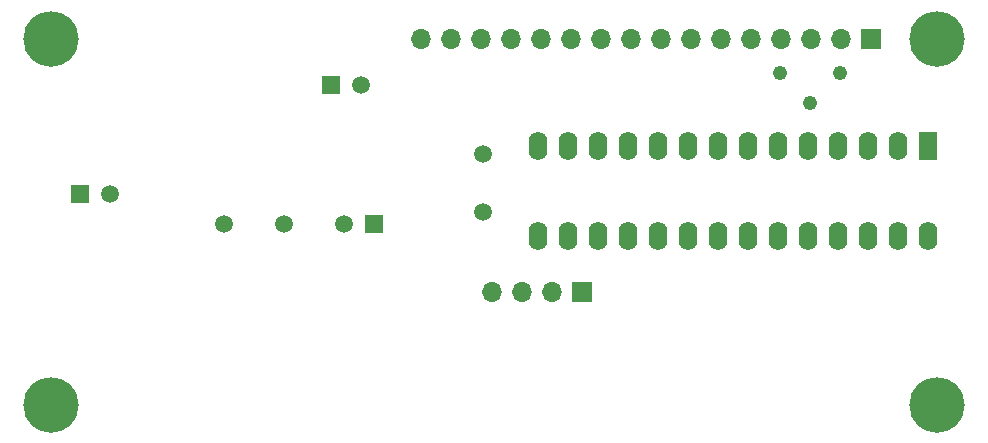
<source format=gbs>
G04 #@! TF.GenerationSoftware,KiCad,Pcbnew,(6.0.0-0)*
G04 #@! TF.CreationDate,2022-02-23T00:42:31+01:00*
G04 #@! TF.ProjectId,AC Power Supply,41432050-6f77-4657-9220-537570706c79,rev?*
G04 #@! TF.SameCoordinates,Original*
G04 #@! TF.FileFunction,Soldermask,Bot*
G04 #@! TF.FilePolarity,Negative*
%FSLAX46Y46*%
G04 Gerber Fmt 4.6, Leading zero omitted, Abs format (unit mm)*
G04 Created by KiCad (PCBNEW (6.0.0-0)) date 2022-02-23 00:42:31*
%MOMM*%
%LPD*%
G01*
G04 APERTURE LIST*
%ADD10C,1.219200*%
%ADD11C,4.700000*%
%ADD12R,1.508000X1.508000*%
%ADD13C,1.508000*%
%ADD14R,1.700000X1.700000*%
%ADD15O,1.700000X1.700000*%
%ADD16C,1.500000*%
%ADD17R,1.600000X2.400000*%
%ADD18O,1.600000X2.400000*%
G04 APERTURE END LIST*
D10*
X112620000Y-49350000D03*
X115160000Y-51890000D03*
X117700000Y-49350000D03*
D11*
X125900000Y-46400000D03*
X50900000Y-77400000D03*
D12*
X78220000Y-62100000D03*
D13*
X75680000Y-62100000D03*
X70600000Y-62100000D03*
X65520000Y-62100000D03*
D14*
X95875000Y-67850000D03*
D15*
X93335000Y-67850000D03*
X90795000Y-67850000D03*
X88255000Y-67850000D03*
D12*
X53350000Y-59600000D03*
D13*
X55850000Y-59600000D03*
D11*
X125900000Y-77400000D03*
D16*
X87425000Y-56175000D03*
X87425000Y-61055000D03*
D11*
X50900000Y-46400000D03*
D17*
X125125000Y-55475000D03*
D18*
X122585000Y-55475000D03*
X120045000Y-55475000D03*
X117505000Y-55475000D03*
X114965000Y-55475000D03*
X112425000Y-55475000D03*
X109885000Y-55475000D03*
X107345000Y-55475000D03*
X104805000Y-55475000D03*
X102265000Y-55475000D03*
X99725000Y-55475000D03*
X97185000Y-55475000D03*
X94645000Y-55475000D03*
X92105000Y-55475000D03*
X92105000Y-63095000D03*
X94645000Y-63095000D03*
X97185000Y-63095000D03*
X99725000Y-63095000D03*
X102265000Y-63095000D03*
X104805000Y-63095000D03*
X107345000Y-63095000D03*
X109885000Y-63095000D03*
X112425000Y-63095000D03*
X114965000Y-63095000D03*
X117505000Y-63095000D03*
X120045000Y-63095000D03*
X122585000Y-63095000D03*
X125125000Y-63095000D03*
D12*
X74600000Y-50350000D03*
D13*
X77100000Y-50350000D03*
D14*
X120300000Y-46475000D03*
D15*
X117760000Y-46475000D03*
X115220000Y-46475000D03*
X112680000Y-46475000D03*
X110140000Y-46475000D03*
X107600000Y-46475000D03*
X105060000Y-46475000D03*
X102520000Y-46475000D03*
X99980000Y-46475000D03*
X97440000Y-46475000D03*
X94900000Y-46475000D03*
X92360000Y-46475000D03*
X89820000Y-46475000D03*
X87280000Y-46475000D03*
X84740000Y-46475000D03*
X82200000Y-46475000D03*
M02*

</source>
